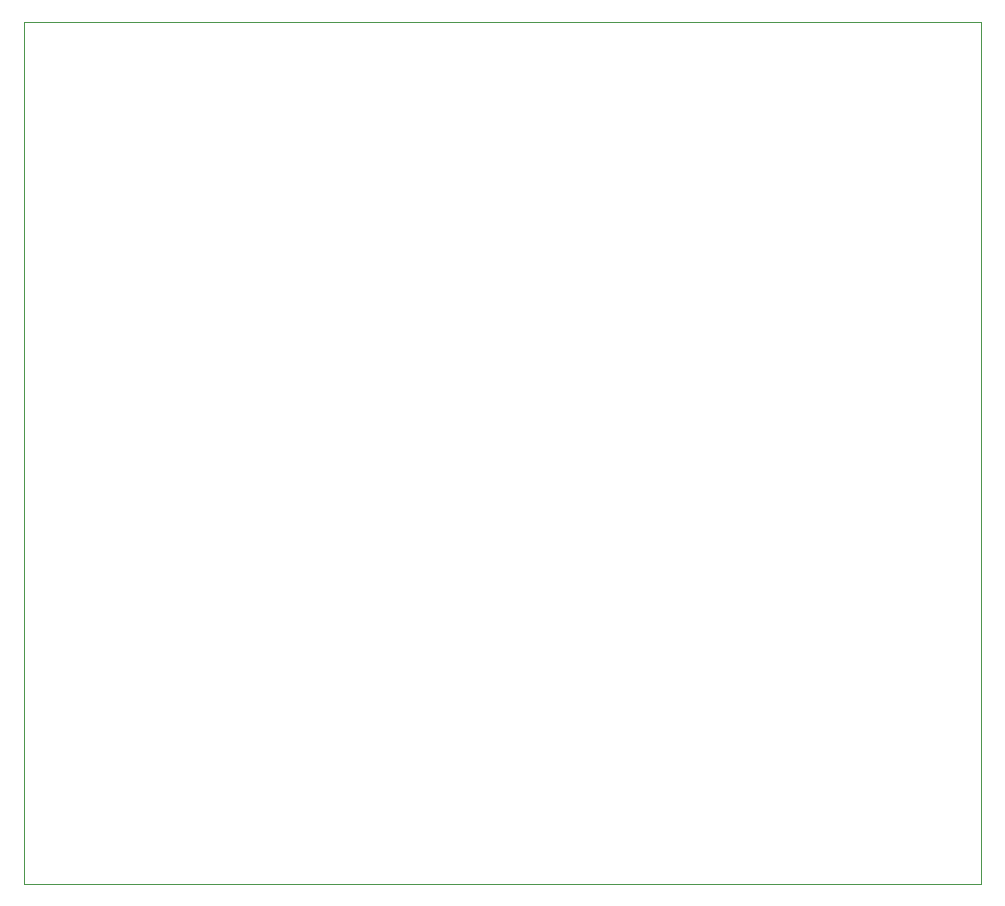
<source format=gbr>
G04 #@! TF.GenerationSoftware,KiCad,Pcbnew,(5.1.2)-2*
G04 #@! TF.CreationDate,2019-12-30T17:27:18+01:00*
G04 #@! TF.ProjectId,BalancedAudioBox,42616c61-6e63-4656-9441-7564696f426f,rev?*
G04 #@! TF.SameCoordinates,Original*
G04 #@! TF.FileFunction,Profile,NP*
%FSLAX46Y46*%
G04 Gerber Fmt 4.6, Leading zero omitted, Abs format (unit mm)*
G04 Created by KiCad (PCBNEW (5.1.2)-2) date 2019-12-30 17:27:18*
%MOMM*%
%LPD*%
G04 APERTURE LIST*
%ADD10C,0.050000*%
G04 APERTURE END LIST*
D10*
X110000000Y-136000000D02*
X110000000Y-135000000D01*
X191000000Y-135000000D02*
X191000000Y-136000000D01*
X191000000Y-136000000D02*
X190000000Y-136000000D01*
X191000000Y-133000000D02*
X191000000Y-135000000D01*
X191000000Y-63000000D02*
X190000000Y-63000000D01*
X190000000Y-136000000D02*
X110000000Y-136000000D01*
X190000000Y-63000000D02*
X110000000Y-63000000D01*
X110000000Y-135000000D02*
X110000000Y-63000000D01*
X191000000Y-63000000D02*
X191000000Y-133000000D01*
M02*

</source>
